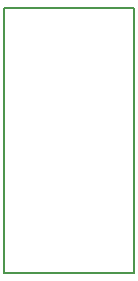
<source format=gbr>
G04 #@! TF.GenerationSoftware,KiCad,Pcbnew,5.0.1-33cea8e~68~ubuntu16.04.1*
G04 #@! TF.CreationDate,2018-12-21T13:37:05+01:00*
G04 #@! TF.ProjectId,EVSE-Easy-Test,455653452D456173792D546573742E6B,rev?*
G04 #@! TF.SameCoordinates,Original*
G04 #@! TF.FileFunction,Legend,Bot*
G04 #@! TF.FilePolarity,Positive*
%FSLAX46Y46*%
G04 Gerber Fmt 4.6, Leading zero omitted, Abs format (unit mm)*
G04 Created by KiCad (PCBNEW 5.0.1-33cea8e~68~ubuntu16.04.1) date Fr 21 Dez 2018 13:37:05 CET*
%MOMM*%
%LPD*%
G01*
G04 APERTURE LIST*
%ADD10C,0.150000*%
G04 APERTURE END LIST*
D10*
G04 #@! TO.C,J1*
X80938000Y-58099000D02*
X69938000Y-58099000D01*
X69938000Y-58099000D02*
X69938000Y-80599000D01*
X69938000Y-80599000D02*
X80938000Y-80599000D01*
X80938000Y-80599000D02*
X80938000Y-58099000D01*
G04 #@! TD*
M02*

</source>
